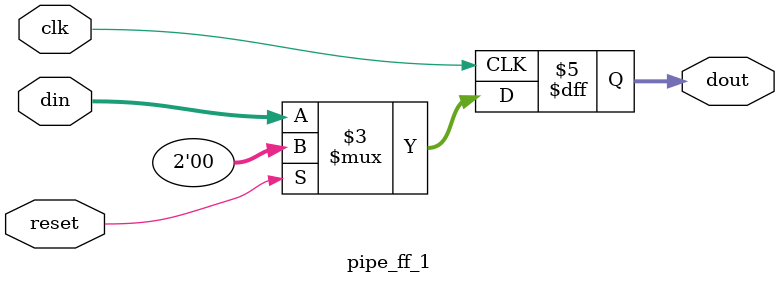
<source format=v>
module pipe_ff_1 (
	input clk, 
	input reset, 
	input [data_width-1:0] din,
	output reg [data_width-1:0] dout 
	);

	parameter data_width= 2;


	always @(posedge clk) begin
		if (reset)
			dout <= 0;
		else
			dout <=din;
	end
	
endmodule

</source>
